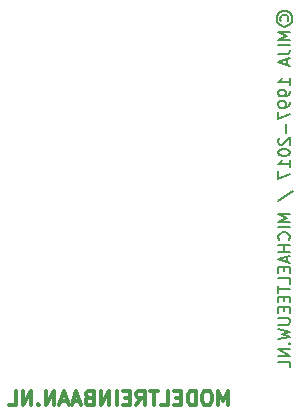
<source format=gbo>
G04 #@! TF.GenerationSoftware,KiCad,Pcbnew,(2017-10-17 revision 537804b)-master*
G04 #@! TF.CreationDate,2017-12-28T11:37:30+01:00*
G04 #@! TF.ProjectId,MonoStable555,4D6F6E6F537461626C653535352E6B69,rev?*
G04 #@! TF.SameCoordinates,Original*
G04 #@! TF.FileFunction,Legend,Bot*
G04 #@! TF.FilePolarity,Positive*
%FSLAX46Y46*%
G04 Gerber Fmt 4.6, Leading zero omitted, Abs format (unit mm)*
G04 Created by KiCad (PCBNEW (2017-10-17 revision 537804b)-master) date 2017 December 28, Thursday 11:37:30*
%MOMM*%
%LPD*%
G01*
G04 APERTURE LIST*
%ADD10C,0.150000*%
%ADD11C,0.300000*%
G04 APERTURE END LIST*
D10*
X180030476Y-53754523D02*
X179982857Y-53659285D01*
X179982857Y-53468809D01*
X180030476Y-53373571D01*
X180125714Y-53278333D01*
X180220952Y-53230714D01*
X180411428Y-53230714D01*
X180506666Y-53278333D01*
X180601904Y-53373571D01*
X180649523Y-53468809D01*
X180649523Y-53659285D01*
X180601904Y-53754523D01*
X179649523Y-53564047D02*
X179697142Y-53325952D01*
X179840000Y-53087857D01*
X180078095Y-52945000D01*
X180316190Y-52897380D01*
X180554285Y-52945000D01*
X180792380Y-53087857D01*
X180935238Y-53325952D01*
X180982857Y-53564047D01*
X180935238Y-53802142D01*
X180792380Y-54040238D01*
X180554285Y-54183095D01*
X180316190Y-54230714D01*
X180078095Y-54183095D01*
X179840000Y-54040238D01*
X179697142Y-53802142D01*
X179649523Y-53564047D01*
X180792380Y-54659285D02*
X179792380Y-54659285D01*
X180506666Y-54992619D01*
X179792380Y-55325952D01*
X180792380Y-55325952D01*
X180792380Y-55802142D02*
X179792380Y-55802142D01*
X179792380Y-56564047D02*
X180506666Y-56564047D01*
X180649523Y-56516428D01*
X180744761Y-56421190D01*
X180792380Y-56278333D01*
X180792380Y-56183095D01*
X180506666Y-56992619D02*
X180506666Y-57468809D01*
X180792380Y-56897380D02*
X179792380Y-57230714D01*
X180792380Y-57564047D01*
X180792380Y-59183095D02*
X180792380Y-58611666D01*
X180792380Y-58897380D02*
X179792380Y-58897380D01*
X179935238Y-58802142D01*
X180030476Y-58706904D01*
X180078095Y-58611666D01*
X180792380Y-59659285D02*
X180792380Y-59849761D01*
X180744761Y-59944999D01*
X180697142Y-59992619D01*
X180554285Y-60087857D01*
X180363809Y-60135476D01*
X179982857Y-60135476D01*
X179887619Y-60087857D01*
X179840000Y-60040238D01*
X179792380Y-59944999D01*
X179792380Y-59754523D01*
X179840000Y-59659285D01*
X179887619Y-59611666D01*
X179982857Y-59564047D01*
X180220952Y-59564047D01*
X180316190Y-59611666D01*
X180363809Y-59659285D01*
X180411428Y-59754523D01*
X180411428Y-59944999D01*
X180363809Y-60040238D01*
X180316190Y-60087857D01*
X180220952Y-60135476D01*
X180792380Y-60611666D02*
X180792380Y-60802142D01*
X180744761Y-60897380D01*
X180697142Y-60944999D01*
X180554285Y-61040238D01*
X180363809Y-61087857D01*
X179982857Y-61087857D01*
X179887619Y-61040238D01*
X179840000Y-60992619D01*
X179792380Y-60897380D01*
X179792380Y-60706904D01*
X179840000Y-60611666D01*
X179887619Y-60564047D01*
X179982857Y-60516428D01*
X180220952Y-60516428D01*
X180316190Y-60564047D01*
X180363809Y-60611666D01*
X180411428Y-60706904D01*
X180411428Y-60897380D01*
X180363809Y-60992619D01*
X180316190Y-61040238D01*
X180220952Y-61087857D01*
X179792380Y-61421190D02*
X179792380Y-62087857D01*
X180792380Y-61659285D01*
X180411428Y-62468809D02*
X180411428Y-63230714D01*
X179887619Y-63659285D02*
X179840000Y-63706904D01*
X179792380Y-63802142D01*
X179792380Y-64040238D01*
X179840000Y-64135476D01*
X179887619Y-64183095D01*
X179982857Y-64230714D01*
X180078095Y-64230714D01*
X180220952Y-64183095D01*
X180792380Y-63611666D01*
X180792380Y-64230714D01*
X179792380Y-64849761D02*
X179792380Y-64944999D01*
X179840000Y-65040238D01*
X179887619Y-65087857D01*
X179982857Y-65135476D01*
X180173333Y-65183095D01*
X180411428Y-65183095D01*
X180601904Y-65135476D01*
X180697142Y-65087857D01*
X180744761Y-65040238D01*
X180792380Y-64944999D01*
X180792380Y-64849761D01*
X180744761Y-64754523D01*
X180697142Y-64706904D01*
X180601904Y-64659285D01*
X180411428Y-64611666D01*
X180173333Y-64611666D01*
X179982857Y-64659285D01*
X179887619Y-64706904D01*
X179840000Y-64754523D01*
X179792380Y-64849761D01*
X180792380Y-66135476D02*
X180792380Y-65564047D01*
X180792380Y-65849761D02*
X179792380Y-65849761D01*
X179935238Y-65754523D01*
X180030476Y-65659285D01*
X180078095Y-65564047D01*
X179792380Y-66468809D02*
X179792380Y-67135476D01*
X180792380Y-66706904D01*
X179744761Y-68992619D02*
X181030476Y-68135476D01*
X180792380Y-70087857D02*
X179792380Y-70087857D01*
X180506666Y-70421190D01*
X179792380Y-70754523D01*
X180792380Y-70754523D01*
X180792380Y-71230714D02*
X179792380Y-71230714D01*
X180697142Y-72278333D02*
X180744761Y-72230714D01*
X180792380Y-72087857D01*
X180792380Y-71992619D01*
X180744761Y-71849761D01*
X180649523Y-71754523D01*
X180554285Y-71706904D01*
X180363809Y-71659285D01*
X180220952Y-71659285D01*
X180030476Y-71706904D01*
X179935238Y-71754523D01*
X179840000Y-71849761D01*
X179792380Y-71992619D01*
X179792380Y-72087857D01*
X179840000Y-72230714D01*
X179887619Y-72278333D01*
X180792380Y-72706904D02*
X179792380Y-72706904D01*
X180268571Y-72706904D02*
X180268571Y-73278333D01*
X180792380Y-73278333D02*
X179792380Y-73278333D01*
X180506666Y-73706904D02*
X180506666Y-74183095D01*
X180792380Y-73611666D02*
X179792380Y-73944999D01*
X180792380Y-74278333D01*
X180268571Y-74611666D02*
X180268571Y-74944999D01*
X180792380Y-75087857D02*
X180792380Y-74611666D01*
X179792380Y-74611666D01*
X179792380Y-75087857D01*
X180792380Y-75992619D02*
X180792380Y-75516428D01*
X179792380Y-75516428D01*
X179792380Y-76183095D02*
X179792380Y-76754523D01*
X180792380Y-76468809D02*
X179792380Y-76468809D01*
X180268571Y-77087857D02*
X180268571Y-77421190D01*
X180792380Y-77564047D02*
X180792380Y-77087857D01*
X179792380Y-77087857D01*
X179792380Y-77564047D01*
X180268571Y-77992619D02*
X180268571Y-78325952D01*
X180792380Y-78468809D02*
X180792380Y-77992619D01*
X179792380Y-77992619D01*
X179792380Y-78468809D01*
X179792380Y-78897380D02*
X180601904Y-78897380D01*
X180697142Y-78944999D01*
X180744761Y-78992619D01*
X180792380Y-79087857D01*
X180792380Y-79278333D01*
X180744761Y-79373571D01*
X180697142Y-79421190D01*
X180601904Y-79468809D01*
X179792380Y-79468809D01*
X179792380Y-79849761D02*
X180792380Y-80087857D01*
X180078095Y-80278333D01*
X180792380Y-80468809D01*
X179792380Y-80706904D01*
X180697142Y-81087857D02*
X180744761Y-81135476D01*
X180792380Y-81087857D01*
X180744761Y-81040238D01*
X180697142Y-81087857D01*
X180792380Y-81087857D01*
X180792380Y-81564047D02*
X179792380Y-81564047D01*
X180792380Y-82135476D01*
X179792380Y-82135476D01*
X180792380Y-83087857D02*
X180792380Y-82611666D01*
X179792380Y-82611666D01*
D11*
X175566428Y-86290476D02*
X175566428Y-85040476D01*
X175149761Y-85933333D01*
X174733095Y-85040476D01*
X174733095Y-86290476D01*
X173899761Y-85040476D02*
X173661666Y-85040476D01*
X173542619Y-85100000D01*
X173423571Y-85219047D01*
X173364047Y-85457142D01*
X173364047Y-85873809D01*
X173423571Y-86111904D01*
X173542619Y-86230952D01*
X173661666Y-86290476D01*
X173899761Y-86290476D01*
X174018809Y-86230952D01*
X174137857Y-86111904D01*
X174197380Y-85873809D01*
X174197380Y-85457142D01*
X174137857Y-85219047D01*
X174018809Y-85100000D01*
X173899761Y-85040476D01*
X172828333Y-86290476D02*
X172828333Y-85040476D01*
X172530714Y-85040476D01*
X172352142Y-85100000D01*
X172233095Y-85219047D01*
X172173571Y-85338095D01*
X172114047Y-85576190D01*
X172114047Y-85754761D01*
X172173571Y-85992857D01*
X172233095Y-86111904D01*
X172352142Y-86230952D01*
X172530714Y-86290476D01*
X172828333Y-86290476D01*
X171578333Y-85635714D02*
X171161666Y-85635714D01*
X170983095Y-86290476D02*
X171578333Y-86290476D01*
X171578333Y-85040476D01*
X170983095Y-85040476D01*
X169852142Y-86290476D02*
X170447380Y-86290476D01*
X170447380Y-85040476D01*
X169614047Y-85040476D02*
X168899761Y-85040476D01*
X169256904Y-86290476D02*
X169256904Y-85040476D01*
X167768809Y-86290476D02*
X168185476Y-85695238D01*
X168483095Y-86290476D02*
X168483095Y-85040476D01*
X168006904Y-85040476D01*
X167887857Y-85100000D01*
X167828333Y-85159523D01*
X167768809Y-85278571D01*
X167768809Y-85457142D01*
X167828333Y-85576190D01*
X167887857Y-85635714D01*
X168006904Y-85695238D01*
X168483095Y-85695238D01*
X167233095Y-85635714D02*
X166816428Y-85635714D01*
X166637857Y-86290476D02*
X167233095Y-86290476D01*
X167233095Y-85040476D01*
X166637857Y-85040476D01*
X166102142Y-86290476D02*
X166102142Y-85040476D01*
X165506904Y-86290476D02*
X165506904Y-85040476D01*
X164792619Y-86290476D01*
X164792619Y-85040476D01*
X163780714Y-85635714D02*
X163602142Y-85695238D01*
X163542619Y-85754761D01*
X163483095Y-85873809D01*
X163483095Y-86052380D01*
X163542619Y-86171428D01*
X163602142Y-86230952D01*
X163721190Y-86290476D01*
X164197380Y-86290476D01*
X164197380Y-85040476D01*
X163780714Y-85040476D01*
X163661666Y-85100000D01*
X163602142Y-85159523D01*
X163542619Y-85278571D01*
X163542619Y-85397619D01*
X163602142Y-85516666D01*
X163661666Y-85576190D01*
X163780714Y-85635714D01*
X164197380Y-85635714D01*
X163006904Y-85933333D02*
X162411666Y-85933333D01*
X163125952Y-86290476D02*
X162709285Y-85040476D01*
X162292619Y-86290476D01*
X161935476Y-85933333D02*
X161340238Y-85933333D01*
X162054523Y-86290476D02*
X161637857Y-85040476D01*
X161221190Y-86290476D01*
X160804523Y-86290476D02*
X160804523Y-85040476D01*
X160090238Y-86290476D01*
X160090238Y-85040476D01*
X159495000Y-86171428D02*
X159435476Y-86230952D01*
X159495000Y-86290476D01*
X159554523Y-86230952D01*
X159495000Y-86171428D01*
X159495000Y-86290476D01*
X158899761Y-86290476D02*
X158899761Y-85040476D01*
X158185476Y-86290476D01*
X158185476Y-85040476D01*
X156995000Y-86290476D02*
X157590238Y-86290476D01*
X157590238Y-85040476D01*
M02*

</source>
